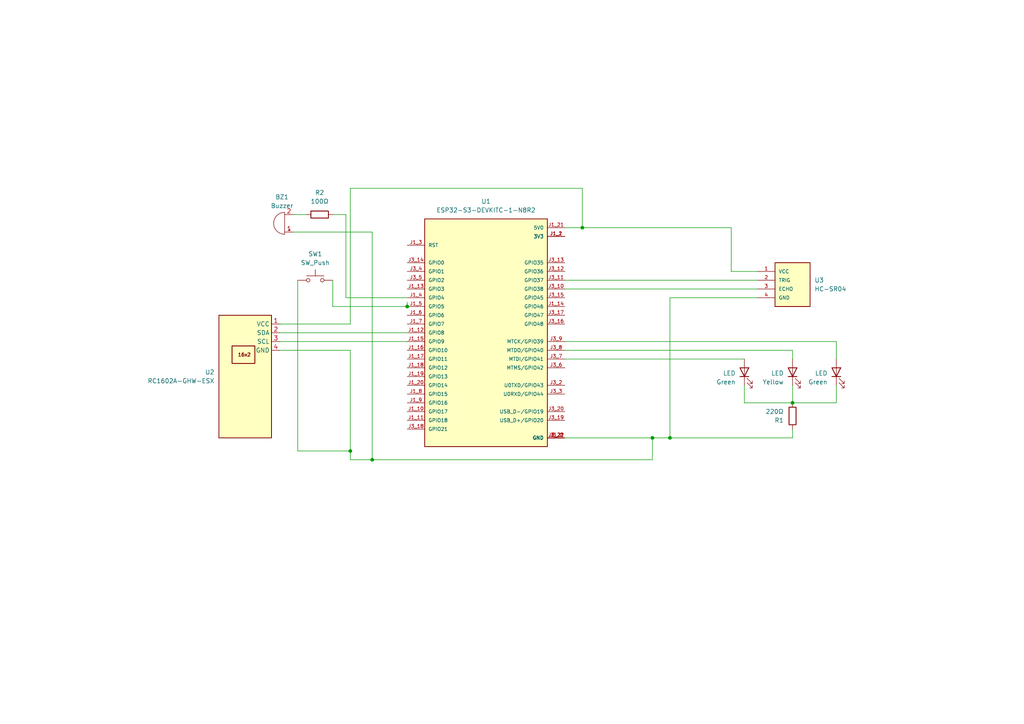
<source format=kicad_sch>
(kicad_sch (version 20230121) (generator eeschema)
  (paper "A4")
  (title_block (title "Vanntank Skole") (date "2024-02-17") (rev "1.0") (company "Kasper Fjelldalen Lurås 1ELA"))
  (lib_symbols
    (symbol "Device:Buzzer" (pin_names (offset 0.0254) hide)
      (property "Reference" "BZ" (at 3.81 1.27 0))
      (property "Value" "Buzzer" (at 3.81 -1.27 0))
      (symbol "Buzzer_0_1"
        (arc (start 0 -3.175) (mid 3.1612 0) (end 0 3.175))
        (polyline (pts (xy -1.651 1.905) (xy -1.143 1.905)))
        (polyline (pts (xy -1.397 2.159) (xy -1.397 1.651)))
        (polyline (pts (xy 0 3.175) (xy 0 -3.175)))
      )
      (symbol "Buzzer_1_1"
        (pin passive line (at -2.54 2.54 0) (length 2.54) (name "+") (number "1"))
        (pin passive line (at -2.54 -2.54 0) (length 2.54) (name "-") (number "2"))
      )
    )
    (symbol "Device:LED" (pin_numbers hide) (pin_names (offset 1.016) hide)
      (property "Reference" "D" (at 0 2.54 0))
      (property "Value" "LED" (at 0 -2.54 0))
      (symbol "LED_0_1"
        (polyline (pts (xy -1.27 -1.27) (xy -1.27 1.27)) (stroke (width 0.254)))
        (polyline (pts (xy -1.27 0) (xy 1.27 0)))
        (polyline (pts (xy 1.27 -1.27) (xy 1.27 1.27) (xy -1.27 0) (xy 1.27 -1.27)) (stroke (width 0.254)))
        (polyline (pts (xy -3.048 -0.762) (xy -4.572 -2.286) (xy -3.81 -2.286) (xy -4.572 -2.286) (xy -4.572 -1.524)))
        (polyline (pts (xy -1.778 -0.762) (xy -3.302 -2.286) (xy -2.54 -2.286) (xy -3.302 -2.286) (xy -3.302 -1.524)))
      )
      (symbol "LED_1_1"
        (pin passive line (at -3.81 0 0) (length 2.54) (name "K") (number "1"))
        (pin passive line (at 3.81 0 180) (length 2.54) (name "A") (number "2"))
      )
    )
    (symbol "Device:R" (pin_numbers hide) (pin_names (offset 0))
      (property "Reference" "R" (at 2.032 0 90))
      (property "Value" "R" (at 0 0 90))
      (symbol "R_0_1"
        (rectangle (start -1.016 -2.54) (end 1.016 2.54) (stroke (width 0.254)))
      )
      (symbol "R_1_1"
        (pin passive line (at 0 3.81 270) (length 1.27) (name "~") (number "1"))
        (pin passive line (at 0 -3.81 90) (length 1.27) (name "~") (number "2"))
      )
    )
    (symbol "ESP32-S3-DEVKITC-1-N8R2:ESP32-S3-DEVKITC-1-N8R2" (pin_names (offset 1.016))
      (property "Reference" "U" (at -17.78 35.56 0))
      (property "Value" "ESP32-S3-DEVKITC-1-N8R2" (at -17.78 -35.56 0))
      (symbol "ESP32-S3-DEVKITC-1-N8R2_0_0"
        (rectangle (start -17.78 -33.02) (end 17.78 33.02) (stroke (width 0.254)) (fill (type background)))
        (pin power_in line (at 22.86 27.94 180) (length 5.08) (name "3V3") (number "J1_1"))
        (pin bidirectional line (at -22.86 -22.86 0) (length 5.08) (name "GPIO17") (number "J1_10"))
        (pin bidirectional line (at -22.86 -25.4 0) (length 5.08) (name "GPIO18") (number "J1_11"))
        (pin bidirectional line (at -22.86 0 0) (length 5.08) (name "GPIO8") (number "J1_12"))
        (pin bidirectional line (at -22.86 12.7 0) (length 5.08) (name "GPIO3") (number "J1_13"))
        (pin bidirectional line (at 22.86 7.62 180) (length 5.08) (name "GPIO46") (number "J1_14"))
        (pin bidirectional line (at -22.86 -2.54 0) (length 5.08) (name "GPIO9") (number "J1_15"))
        (pin bidirectional line (at -22.86 -5.08 0) (length 5.08) (name "GPIO10") (number "J1_16"))
        (pin bidirectional line (at -22.86 -7.62 0) (length 5.08) (name "GPIO11") (number "J1_17"))
        (pin bidirectional line (at -22.86 -10.16 0) (length 5.08) (name "GPIO12") (number "J1_18"))
        (pin bidirectional line (at -22.86 -12.7 0) (length 5.08) (name "GPIO13") (number "J1_19"))
        (pin power_in line (at 22.86 27.94 180) (length 5.08) (name "3V3") (number "J1_2"))
        (pin bidirectional line (at -22.86 -15.24 0) (length 5.08) (name "GPIO14") (number "J1_20"))
        (pin power_in line (at 22.86 30.48 180) (length 5.08) (name "5V0") (number "J1_21"))
        (pin power_in line (at 22.86 -30.48 180) (length 5.08) (name "GND") (number "J1_22"))
        (pin input line (at -22.86 25.4 0) (length 5.08) (name "RST") (number "J1_3"))
        (pin bidirectional line (at -22.86 10.16 0) (length 5.08) (name "GPIO4") (number "J1_4"))
        (pin bidirectional line (at -22.86 7.62 0) (length 5.08) (name "GPIO5") (number "J1_5"))
        (pin bidirectional line (at -22.86 5.08 0) (length 5.08) (name "GPIO6") (number "J1_6"))
        (pin bidirectional line (at -22.86 2.54 0) (length 5.08) (name "GPIO7") (number "J1_7"))
        (pin bidirectional line (at -22.86 -17.78 0) (length 5.08) (name "GPIO15") (number "J1_8"))
        (pin bidirectional line (at -22.86 -20.32 0) (length 5.08) (name "GPIO16") (number "J1_9"))
        (pin power_in line (at 22.86 -30.48 180) (length 5.08) (name "GND") (number "J3_1"))
        (pin bidirectional line (at 22.86 12.7 180) (length 5.08) (name "GPIO38") (number "J3_10"))
        (pin bidirectional line (at 22.86 15.24 180) (length 5.08) (name "GPIO37") (number "J3_11"))
        (pin bidirectional line (at 22.86 17.78 180) (length 5.08) (name "GPIO36") (number "J3_12"))
        (pin bidirectional line (at 22.86 20.32 180) (length 5.08) (name "GPIO35") (number "J3_13"))
        (pin bidirectional line (at -22.86 20.32 0) (length 5.08) (name "GPIO0") (number "J3_14"))
        (pin bidirectional line (at 22.86 10.16 180) (length 5.08) (name "GPIO45") (number "J3_15"))
        (pin bidirectional line (at 22.86 2.54 180) (length 5.08) (name "GPIO48") (number "J3_16"))
        (pin bidirectional line (at 22.86 5.08 180) (length 5.08) (name "GPIO47") (number "J3_17"))
        (pin bidirectional line (at -22.86 -27.94 0) (length 5.08) (name "GPIO21") (number "J3_18"))
        (pin bidirectional line (at 22.86 -25.4 180) (length 5.08) (name "USB_D+/GPIO20") (number "J3_19"))
        (pin bidirectional line (at 22.86 -15.24 180) (length 5.08) (name "U0TXD/GPIO43") (number "J3_2"))
        (pin bidirectional line (at 22.86 -22.86 180) (length 5.08) (name "USB_D-/GPIO19") (number "J3_20"))
        (pin power_in line (at 22.86 -30.48 180) (length 5.08) (name "GND") (number "J3_21"))
        (pin power_in line (at 22.86 -30.48 180) (length 5.08) (name "GND") (number "J3_22"))
        (pin bidirectional line (at 22.86 -17.78 180) (length 5.08) (name "U0RXD/GPIO44") (number "J3_3"))
        (pin bidirectional line (at -22.86 17.78 0) (length 5.08) (name "GPIO1") (number "J3_4"))
        (pin bidirectional line (at -22.86 15.24 0) (length 5.08) (name "GPIO2") (number "J3_5"))
        (pin bidirectional line (at 22.86 -10.16 180) (length 5.08) (name "MTMS/GPIO42") (number "J3_6"))
        (pin bidirectional line (at 22.86 -7.62 180) (length 5.08) (name "MTDI/GPIO41") (number "J3_7"))
        (pin bidirectional line (at 22.86 -5.08 180) (length 5.08) (name "MTDO/GPIO40") (number "J3_8"))
        (pin bidirectional line (at 22.86 -2.54 180) (length 5.08) (name "MTCK/GPIO39") (number "J3_9"))
      )
    )
    (symbol "HC-SR04:HC-SR04" (pin_names (offset 1.016))
      (property "Reference" "U" (at 0 5.0813 0))
      (property "Value" "HC-SR04" (at 0 -10.163 0))
      (symbol "HC-SR04_0_0"
        (rectangle (start 0 -7.62) (end 10.16 5.08) (stroke (width 0.254)) (fill (type background)))
        (pin power_in line (at -5.08 2.54 0) (length 5.08) (name "VCC") (number "1"))
        (pin bidirectional line (at -5.08 0 0) (length 5.08) (name "TRIG") (number "2"))
        (pin bidirectional line (at -5.08 -2.54 0) (length 5.08) (name "ECHO") (number "3"))
        (pin power_in line (at -5.08 -5.08 0) (length 5.08) (name "GND") (number "4"))
      )
    )
    (symbol "Switch:SW_Push" (pin_numbers hide) (pin_names (offset 1.016) hide)
      (property "Reference" "SW" (at 1.27 2.54 0))
      (property "Value" "SW_Push" (at 0 -1.524 0))
      (symbol "SW_Push_0_1"
        (circle (center -2.032 0) (radius 0.508))
        (polyline (pts (xy 0 1.27) (xy 0 3.048)))
        (polyline (pts (xy 2.54 1.27) (xy -2.54 1.27)))
        (circle (center 2.032 0) (radius 0.508))
        (pin passive line (at -5.08 0 0) (length 2.54) (name "1") (number "1"))
        (pin passive line (at 5.08 0 180) (length 2.54) (name "2") (number "2"))
      )
    )
    (symbol "lcd_1602_kasper:LCD_1602_Kasper"
      (property "Reference" "U" (at -5.842 19.05 0))
      (property "Value" "RC1602A-GHW-ESX" (at 3.81 19.05 0))
      (symbol "LCD_1602_Kasper_0_0"
        (rectangle (start -2.794 8.89) (end 3.81 3.81) (stroke (width 0.254)) (fill (type background)))
        (text "16x2" (at 0.254 6.35 0) (effects (font (size 0.9906 0.9906) bold)))
      )
      (symbol "LCD_1602_Kasper_0_1"
        (rectangle (start -7.62 17.78) (end 7.62 -17.78) (stroke (width 0.254)) (fill (type background)))
      )
      (symbol "LCD_1602_Kasper_1_1"
        (pin input line (at -10.16 15.24 0) (length 2.54) (name "VCC") (number "1"))
        (pin input line (at -10.16 12.7 0) (length 2.54) (name "SDA") (number "2"))
        (pin input line (at -10.16 10.16 0) (length 2.54) (name "SCL") (number "3"))
        (pin input line (at -10.16 7.62 0) (length 2.54) (name "GND") (number "4"))
      )
    )
  )
  (junction (at 101.6 130.81))
  (junction (at 189.23 127))
  (junction (at 229.87 116.84))
  (junction (at 107.95 133.35))
  (junction (at 118.11 88.9))
  (junction (at 194.31 127))
  (junction (at 168.91 66.04))
  (wire (pts (xy 96.52 62.23) (xy 100.33 62.23)))
  (wire (pts (xy 168.91 54.61) (xy 168.91 66.04)))
  (wire (pts (xy 101.6 133.35) (xy 107.95 133.35)))
  (wire (pts (xy 96.52 88.9) (xy 118.11 88.9)))
  (wire (pts (xy 107.95 67.31) (xy 107.95 133.35)))
  (wire (pts (xy 96.52 81.28) (xy 96.52 88.9)))
  (wire (pts (xy 101.6 93.98) (xy 101.6 54.61)))
  (wire (pts (xy 118.11 87.63) (xy 118.11 88.9)))
  (wire (pts (xy 219.71 86.36) (xy 194.31 86.36)))
  (wire (pts (xy 219.71 78.74) (xy 212.09 78.74)))
  (wire (pts (xy 229.87 124.46) (xy 229.87 127)))
  (wire (pts (xy 85.09 67.31) (xy 107.95 67.31)))
  (wire (pts (xy 86.36 130.81) (xy 101.6 130.81)))
  (wire (pts (xy 194.31 86.36) (xy 194.31 127)))
  (wire (pts (xy 81.28 93.98) (xy 101.6 93.98)))
  (wire (pts (xy 163.83 81.28) (xy 219.71 81.28)))
  (wire (pts (xy 215.9 111.76) (xy 215.9 116.84)))
  (wire (pts (xy 163.83 127) (xy 189.23 127)))
  (wire (pts (xy 242.57 116.84) (xy 229.87 116.84)))
  (wire (pts (xy 81.28 99.06) (xy 118.11 99.06)))
  (wire (pts (xy 229.87 101.6) (xy 163.83 101.6)))
  (wire (pts (xy 100.33 86.36) (xy 118.11 86.36)))
  (wire (pts (xy 229.87 111.76) (xy 229.87 116.84)))
  (wire (pts (xy 101.6 101.6) (xy 101.6 130.81)))
  (wire (pts (xy 212.09 78.74) (xy 212.09 66.04)))
  (wire (pts (xy 212.09 66.04) (xy 168.91 66.04)))
  (wire (pts (xy 100.33 62.23) (xy 100.33 86.36)))
  (wire (pts (xy 194.31 127) (xy 229.87 127)))
  (wire (pts (xy 81.28 96.52) (xy 118.11 96.52)))
  (wire (pts (xy 86.36 81.28) (xy 86.36 130.81)))
  (wire (pts (xy 101.6 130.81) (xy 101.6 133.35)))
  (wire (pts (xy 189.23 127) (xy 194.31 127)))
  (wire (pts (xy 107.95 133.35) (xy 189.23 133.35)))
  (wire (pts (xy 242.57 99.06) (xy 163.83 99.06)))
  (wire (pts (xy 85.09 62.23) (xy 88.9 62.23)))
  (wire (pts (xy 189.23 133.35) (xy 189.23 127)))
  (wire (pts (xy 242.57 104.14) (xy 242.57 99.06)))
  (wire (pts (xy 163.83 83.82) (xy 219.71 83.82)))
  (wire (pts (xy 242.57 111.76) (xy 242.57 116.84)))
  (wire (pts (xy 163.83 104.14) (xy 215.9 104.14)))
  (wire (pts (xy 215.9 116.84) (xy 229.87 116.84)))
  (wire (pts (xy 168.91 66.04) (xy 163.83 66.04)))
  (wire (pts (xy 229.87 104.14) (xy 229.87 101.6)))
  (wire (pts (xy 101.6 54.61) (xy 168.91 54.61)))
  (wire (pts (xy 81.28 101.6) (xy 101.6 101.6)))
  (symbol (lib_id "Device:LED") (at 215.9 107.95 90) (unit 1)
    (property "Reference" "Green" (at 213.36 110.8075 90) (effects (justify left)))
    (property "Value" "LED" (at 213.36 108.2675 90) (effects (justify left)))
  )
  (symbol (lib_id "lcd_1602_kasper:LCD_1602_Kasper") (at 71.12 109.22 0) (mirror y) (unit 1)
    (property "Reference" "U2" (at 62.23 107.95 0) (effects (justify left)))
    (property "Value" "RC1602A-GHW-ESX" (at 62.23 110.49 0) (effects (justify left)))
    (property "Footprint" "Display:RC1602A" (effects hide))
  )
  (symbol (lib_id "Switch:SW_Push") (at 91.44 81.28 0) (unit 1)
    (property "Reference" "SW1" (at 91.44 73.66 0))
    (property "Value" "SW_Push" (at 91.44 76.2 0))
  )
  (symbol (lib_id "ESP32-S3-DEVKITC-1-N8R2:ESP32-S3-DEVKITC-1-N8R2") (at 140.97 96.52 0) (unit 1)
    (property "Reference" "U1" (at 140.97 58.42 0))
    (property "Value" "ESP32-S3-DEVKITC-1-N8R2" (at 140.97 60.96 0))
    (property "Footprint" "ESP32-S3-DEVKITC-1-N8R2:XCVR_ESP32-S3-DEVKITC-1-N8R2" (effects hide))
    (property "MF" "Espressif Systems" (effects hide))
    (property "Description" "\nWiFi Development Tools - 802.11 (Engineering Samples Only) ESP32-S3 General-Purpose Development Board, ESP32-S3-WROOM-1-N8R2, with Pin Header\n" (effects hide))
    (property "Package" "None" (effects hide))
    (property "Price" "None" (effects hide))
    (property "Check_prices" "https://www.snapeda.com/parts/ESP32-S3-DEVKITC-1-N8R2/Espressif+Systems/view-part/?ref=eda" (effects hide))
    (property "STANDARD" "Manufacturer Recommendations" (effects hide))
    (property "PARTREV" "V1" (effects hide))
    (property "SnapEDA_Link" "https://www.snapeda.com/parts/ESP32-S3-DEVKITC-1-N8R2/Espressif+Systems/view-part/?ref=snap" (effects hide))
    (property "MP" "ESP32-S3-DEVKITC-1-N8R2" (effects hide))
    (property "Purchase-URL" "https://www.snapeda.com/api/url_track_click_mouser/?unipart_id=8918256&manufacturer=Espressif Systems&part_name=ESP32-S3-DEVKITC-1-N8R2&search_term=None" (effects hide))
    (property "Availability" "In Stock" (effects hide))
    (property "MANUFACTURER" "Espressif" (effects hide))
  )
  (symbol (lib_id "HC-SR04:HC-SR04") (at 224.79 81.28 0) (unit 1)
    (property "Reference" "U3" (at 236.22 81.28 0) (effects (justify left)))
    (property "Value" "HC-SR04" (at 236.22 83.82 0) (effects (justify left)))
    (property "Footprint" "HC-SR04:XCVR_HC-SR04" (effects hide))
    (property "MF" "SparkFun Electronics" (effects hide))
    (property "Description" "\nHC-SR04 Ultrasonic Sensor Qwiic Platform Evaluation Expansion Board\n" (effects hide))
    (property "Package" "None" (effects hide))
    (property "Price" "None" (effects hide))
    (property "Check_prices" "https://www.snapeda.com/parts/HC-SR04/SparkFun+Electronics/view-part/?ref=eda" (effects hide))
    (property "SnapEDA_Link" "https://www.snapeda.com/parts/HC-SR04/SparkFun+Electronics/view-part/?ref=snap" (effects hide))
    (property "MP" "HC-SR04" (effects hide))
    (property "Availability" "Not in stock" (effects hide))
    (property "MANUFACTURER" "Osepp" (effects hide))
  )
  (symbol (lib_id "Device:LED") (at 229.87 107.95 90) (unit 1)
    (property "Reference" "Yellow" (at 227.33 110.8075 90) (effects (justify left)))
    (property "Value" "LED" (at 227.33 108.2675 90) (effects (justify left)))
  )
  (symbol (lib_id "Device:R") (at 229.87 120.65 180) (unit 1)
    (property "Reference" "R1" (at 227.33 121.92 0) (effects (justify left)))
    (property "Value" "220Ω" (at 227.33 119.38 0) (effects (justify left)))
  )
  (symbol (lib_id "Device:R") (at 92.71 62.23 270) (unit 1)
    (property "Reference" "R2" (at 92.71 55.88 90))
    (property "Value" "100Ω" (at 92.71 58.42 90))
  )
  (symbol (lib_id "Device:Buzzer") (at 82.55 64.77 180) (unit 1)
    (property "Reference" "BZ1" (at 81.7949 57.15 0))
    (property "Value" "Buzzer" (at 81.7949 59.69 0))
  )
  (symbol (lib_id "Device:LED") (at 242.57 107.95 90) (unit 1)
    (property "Reference" "Green" (at 240.03 110.8075 90) (effects (justify left)))
    (property "Value" "LED" (at 240.03 108.2675 90) (effects (justify left)))
  )
)
</source>
